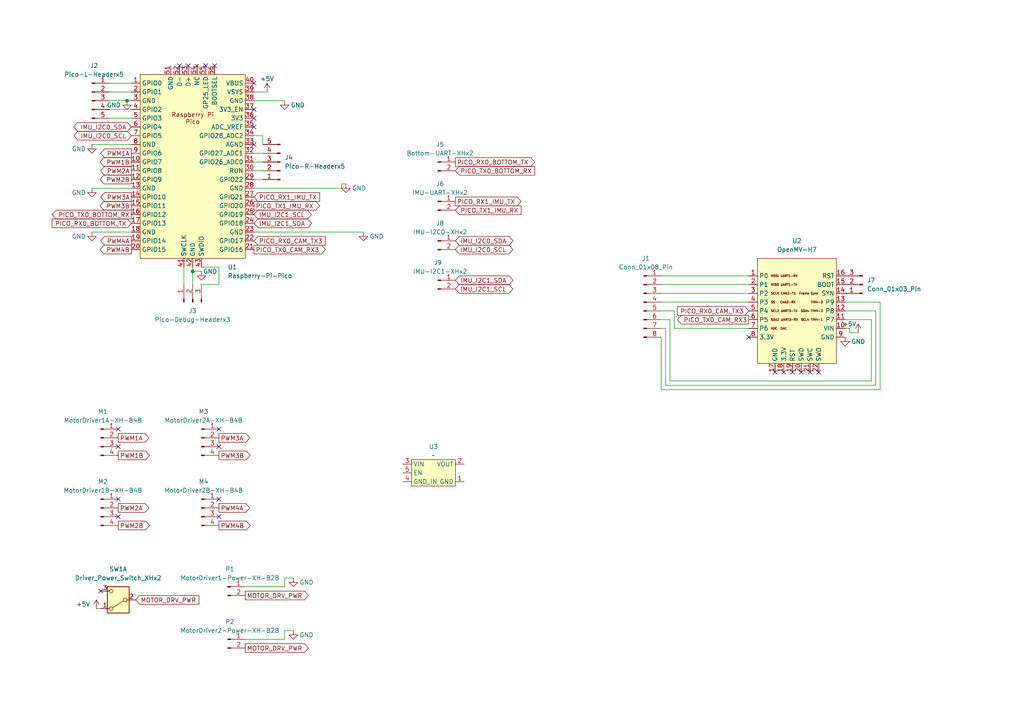
<source format=kicad_sch>
(kicad_sch (version 20231120) (generator "eeschema") (generator_version "8.0")
  (paper "A4")
  (title_block (title "Top Plate") (date "2024-06-07") (rev "1.0.0") (company "Zhou Yikun & Zachary Ang") (comment 1 "RoboCup Junior Soccer Open 2024"))
  (lib_symbols
    (symbol "Connector:Conn_01x02_Pin" (pin_names (offset 1.016) hide)
      (property "Reference" "J" (at 0 2.54 0))
      (property "Value" "Conn_01x02_Pin" (at 0 -5.08 0))
      (symbol "Conn_01x02_Pin_1_1"
        (polyline (pts (xy 1.27 -2.54) (xy 0.8636 -2.54)) (stroke (width 0.1524)))
        (polyline (pts (xy 1.27 0) (xy 0.8636 0)) (stroke (width 0.1524)))
        (rectangle (start 0.8636 -2.413) (end 0 -2.667) (stroke (width 0.1524)) (fill (type outline)))
        (rectangle (start 0.8636 0.127) (end 0 -0.127) (stroke (width 0.1524)) (fill (type outline)))
        (pin passive line (at 5.08 0 180) (length 3.81) (name "Pin_1") (number "1"))
        (pin passive line (at 5.08 -2.54 180) (length 3.81) (name "Pin_2") (number "2"))
      )
    )
    (symbol "Connector:Conn_01x03_Pin" (pin_names (offset 1.016) hide)
      (property "Reference" "J" (at 0 5.08 0))
      (property "Value" "Conn_01x03_Pin" (at 0 -5.08 0))
      (symbol "Conn_01x03_Pin_1_1"
        (polyline (pts (xy 1.27 -2.54) (xy 0.8636 -2.54)) (stroke (width 0.1524)))
        (polyline (pts (xy 1.27 0) (xy 0.8636 0)) (stroke (width 0.1524)))
        (polyline (pts (xy 1.27 2.54) (xy 0.8636 2.54)) (stroke (width 0.1524)))
        (rectangle (start 0.8636 -2.413) (end 0 -2.667) (stroke (width 0.1524)) (fill (type outline)))
        (rectangle (start 0.8636 0.127) (end 0 -0.127) (stroke (width 0.1524)) (fill (type outline)))
        (rectangle (start 0.8636 2.667) (end 0 2.413) (stroke (width 0.1524)) (fill (type outline)))
        (pin passive line (at 5.08 2.54 180) (length 3.81) (name "Pin_1") (number "1"))
        (pin passive line (at 5.08 0 180) (length 3.81) (name "Pin_2") (number "2"))
        (pin passive line (at 5.08 -2.54 180) (length 3.81) (name "Pin_3") (number "3"))
      )
    )
    (symbol "Connector:Conn_01x04_Pin" (pin_names (offset 1.016) hide)
      (property "Reference" "J" (at 0 5.08 0))
      (property "Value" "Conn_01x04_Pin" (at 0 -7.62 0))
      (symbol "Conn_01x04_Pin_1_1"
        (polyline (pts (xy 1.27 -5.08) (xy 0.8636 -5.08)) (stroke (width 0.1524)))
        (polyline (pts (xy 1.27 -2.54) (xy 0.8636 -2.54)) (stroke (width 0.1524)))
        (polyline (pts (xy 1.27 0) (xy 0.8636 0)) (stroke (width 0.1524)))
        (polyline (pts (xy 1.27 2.54) (xy 0.8636 2.54)) (stroke (width 0.1524)))
        (rectangle (start 0.8636 -4.953) (end 0 -5.207) (stroke (width 0.1524)) (fill (type outline)))
        (rectangle (start 0.8636 -2.413) (end 0 -2.667) (stroke (width 0.1524)) (fill (type outline)))
        (rectangle (start 0.8636 0.127) (end 0 -0.127) (stroke (width 0.1524)) (fill (type outline)))
        (rectangle (start 0.8636 2.667) (end 0 2.413) (stroke (width 0.1524)) (fill (type outline)))
        (pin passive line (at 5.08 2.54 180) (length 3.81) (name "Pin_1") (number "1"))
        (pin passive line (at 5.08 0 180) (length 3.81) (name "Pin_2") (number "2"))
        (pin passive line (at 5.08 -2.54 180) (length 3.81) (name "Pin_3") (number "3"))
        (pin passive line (at 5.08 -5.08 180) (length 3.81) (name "Pin_4") (number "4"))
      )
    )
    (symbol "Connector:Conn_01x05_Pin" (pin_names (offset 1.016) hide)
      (property "Reference" "J" (at 0 7.62 0))
      (property "Value" "Conn_01x05_Pin" (at 0 -7.62 0))
      (symbol "Conn_01x05_Pin_1_1"
        (polyline (pts (xy 1.27 -5.08) (xy 0.8636 -5.08)) (stroke (width 0.1524)))
        (polyline (pts (xy 1.27 -2.54) (xy 0.8636 -2.54)) (stroke (width 0.1524)))
        (polyline (pts (xy 1.27 0) (xy 0.8636 0)) (stroke (width 0.1524)))
        (polyline (pts (xy 1.27 2.54) (xy 0.8636 2.54)) (stroke (width 0.1524)))
        (polyline (pts (xy 1.27 5.08) (xy 0.8636 5.08)) (stroke (width 0.1524)))
        (rectangle (start 0.8636 -4.953) (end 0 -5.207) (stroke (width 0.1524)) (fill (type outline)))
        (rectangle (start 0.8636 -2.413) (end 0 -2.667) (stroke (width 0.1524)) (fill (type outline)))
        (rectangle (start 0.8636 0.127) (end 0 -0.127) (stroke (width 0.1524)) (fill (type outline)))
        (rectangle (start 0.8636 2.667) (end 0 2.413) (stroke (width 0.1524)) (fill (type outline)))
        (rectangle (start 0.8636 5.207) (end 0 4.953) (stroke (width 0.1524)) (fill (type outline)))
        (pin passive line (at 5.08 5.08 180) (length 3.81) (name "Pin_1") (number "1"))
        (pin passive line (at 5.08 2.54 180) (length 3.81) (name "Pin_2") (number "2"))
        (pin passive line (at 5.08 0 180) (length 3.81) (name "Pin_3") (number "3"))
        (pin passive line (at 5.08 -2.54 180) (length 3.81) (name "Pin_4") (number "4"))
        (pin passive line (at 5.08 -5.08 180) (length 3.81) (name "Pin_5") (number "5"))
      )
    )
    (symbol "Connector:Conn_01x08_Pin" (pin_names (offset 1.016) hide)
      (property "Reference" "J" (at 0 10.16 0))
      (property "Value" "Conn_01x08_Pin" (at 0 -12.7 0))
      (symbol "Conn_01x08_Pin_1_1"
        (polyline (pts (xy 1.27 -10.16) (xy 0.8636 -10.16)) (stroke (width 0.1524)))
        (polyline (pts (xy 1.27 -7.62) (xy 0.8636 -7.62)) (stroke (width 0.1524)))
        (polyline (pts (xy 1.27 -5.08) (xy 0.8636 -5.08)) (stroke (width 0.1524)))
        (polyline (pts (xy 1.27 -2.54) (xy 0.8636 -2.54)) (stroke (width 0.1524)))
        (polyline (pts (xy 1.27 0) (xy 0.8636 0)) (stroke (width 0.1524)))
        (polyline (pts (xy 1.27 2.54) (xy 0.8636 2.54)) (stroke (width 0.1524)))
        (polyline (pts (xy 1.27 5.08) (xy 0.8636 5.08)) (stroke (width 0.1524)))
        (polyline (pts (xy 1.27 7.62) (xy 0.8636 7.62)) (stroke (width 0.1524)))
        (rectangle (start 0.8636 -10.033) (end 0 -10.287) (stroke (width 0.1524)) (fill (type outline)))
        (rectangle (start 0.8636 -7.493) (end 0 -7.747) (stroke (width 0.1524)) (fill (type outline)))
        (rectangle (start 0.8636 -4.953) (end 0 -5.207) (stroke (width 0.1524)) (fill (type outline)))
        (rectangle (start 0.8636 -2.413) (end 0 -2.667) (stroke (width 0.1524)) (fill (type outline)))
        (rectangle (start 0.8636 0.127) (end 0 -0.127) (stroke (width 0.1524)) (fill (type outline)))
        (rectangle (start 0.8636 2.667) (end 0 2.413) (stroke (width 0.1524)) (fill (type outline)))
        (rectangle (start 0.8636 5.207) (end 0 4.953) (stroke (width 0.1524)) (fill (type outline)))
        (rectangle (start 0.8636 7.747) (end 0 7.493) (stroke (width 0.1524)) (fill (type outline)))
        (pin passive line (at 5.08 7.62 180) (length 3.81) (name "Pin_1") (number "1"))
        (pin passive line (at 5.08 5.08 180) (length 3.81) (name "Pin_2") (number "2"))
        (pin passive line (at 5.08 2.54 180) (length 3.81) (name "Pin_3") (number "3"))
        (pin passive line (at 5.08 0 180) (length 3.81) (name "Pin_4") (number "4"))
        (pin passive line (at 5.08 -2.54 180) (length 3.81) (name "Pin_5") (number "5"))
        (pin passive line (at 5.08 -5.08 180) (length 3.81) (name "Pin_6") (number "6"))
        (pin passive line (at 5.08 -7.62 180) (length 3.81) (name "Pin_7") (number "7"))
        (pin passive line (at 5.08 -10.16 180) (length 3.81) (name "Pin_8") (number "8"))
      )
    )
    (symbol "PorridgePi-Symbols:OpenMV-H7"
      (property "Reference" "U" (at -10.16 1.27 0))
      (property "Value" "OpenMV-H7" (at 0 -2.54 0))
      (symbol "OpenMV-H7_0_0"
        (pin bidirectional line (at -13.97 -5.08 0) (length 2.54) (name "P0") (number "1"))
        (pin power_in line (at 13.97 -20.32 180) (length 2.54) (name "VIN") (number "10"))
        (pin bidirectional line (at 13.97 -17.78 180) (length 2.54) (name "P7") (number "11"))
        (pin bidirectional line (at 13.97 -15.24 180) (length 2.54) (name "P8") (number "12"))
        (pin bidirectional line (at 13.97 -12.7 180) (length 2.54) (name "P9") (number "13"))
        (pin bidirectional line (at 13.97 -10.16 180) (length 2.54) (name "SYN") (number "14"))
        (pin input line (at 13.97 -7.62 180) (length 2.54) (name "BOOT") (number "15"))
        (pin input line (at 13.97 -5.08 180) (length 2.54) (name "RST") (number "16"))
        (pin power_in line (at -6.35 -33.02 90) (length 2.54) (name "GND") (number "17"))
        (pin power_in line (at -3.81 -33.02 90) (length 2.54) (name "3.3V") (number "18"))
        (pin bidirectional line (at -1.27 -33.02 90) (length 2.54) (name "RST") (number "19"))
        (pin bidirectional line (at -13.97 -7.62 0) (length 2.54) (name "P1") (number "2"))
        (pin bidirectional line (at 1.27 -33.02 90) (length 2.54) (name "SWD") (number "20"))
        (pin bidirectional line (at 3.81 -33.02 90) (length 2.54) (name "SWC") (number "21"))
        (pin bidirectional line (at -13.97 -10.16 0) (length 2.54) (name "P2") (number "3"))
        (pin bidirectional line (at -13.97 -12.7 0) (length 2.54) (name "P3") (number "4"))
        (pin bidirectional line (at -13.97 -15.24 0) (length 2.54) (name "P4") (number "5"))
        (pin bidirectional line (at -13.97 -17.78 0) (length 2.54) (name "P5") (number "6"))
        (pin bidirectional line (at -13.97 -20.32 0) (length 2.54) (name "P6") (number "7"))
        (pin power_out line (at -13.97 -22.86 0) (length 2.54) (name "3.3V") (number "8"))
        (pin power_in line (at 13.97 -22.86 180) (length 2.54) (name "GND") (number "9"))
      )
      (symbol "OpenMV-H7_1_0"
        (pin bidirectional line (at 6.35 -33.02 90) (length 2.54) (name "SWO") (number "22"))
      )
      (symbol "OpenMV-H7_1_1"
        (rectangle (start -11.43 0) (end 11.43 -30.48) (fill (type background)))
        (text "ADC  DAC" (at -7.62 -20.32 0) (effects (font (size 0.635 0.635)) (justify left)))
        (text "Frame Sync" (at 6.35 -10.16 0) (effects (font (size 0.635 0.635)) (justify right)))
        (text "MISO UART1-TX" (at -7.62 -7.62 0) (effects (font (size 0.635 0.635)) (justify left)))
        (text "MOSI UART1-RX" (at -7.62 -5.08 0) (effects (font (size 0.635 0.635)) (justify left)))
        (text "SCL2 UART3-TX" (at -7.62 -15.24 0) (effects (font (size 0.635 0.635)) (justify left)))
        (text "SCL4 TIM4-1" (at 7.62 -17.78 0) (effects (font (size 0.635 0.635)) (justify right)))
        (text "SCLK CAN2-TX" (at -7.62 -10.16 0) (effects (font (size 0.635 0.635)) (justify left)))
        (text "SDA2 UART3-RX" (at -7.62 -17.78 0) (effects (font (size 0.635 0.635)) (justify left)))
        (text "SDA4 TIM4-2" (at 7.62 -15.24 0) (effects (font (size 0.635 0.635)) (justify right)))
        (text "SS   CAN2-RX" (at -7.62 -12.7 0) (effects (font (size 0.635 0.635)) (justify left)))
        (text "TIM4-3" (at 7.62 -12.7 0) (effects (font (size 0.635 0.635)) (justify right)))
      )
    )
    (symbol "PorridgePi-Symbols:Raspberry-Pi-Pico"
      (property "Reference" "U" (at -13.97 27.94 0))
      (property "Value" "Raspberry-Pi-Pico" (at -2.286 0 90))
      (symbol "Raspberry-Pi-Pico_0_1"
        (rectangle (start -15.24 26.67) (end 15.24 -26.67) (fill (type background)))
      )
      (symbol "Raspberry-Pi-Pico_1_0"
        (text "Raspberry Pi\nPico" (at 0 13.97 0) (effects (font (size 1.27 1.27))))
      )
      (symbol "Raspberry-Pi-Pico_1_1"
        (pin bidirectional line (at -17.78 24.13 0) (length 2.54) (name "GPIO0") (number "1"))
        (pin bidirectional line (at -17.78 1.27 0) (length 2.54) (name "GPIO7") (number "10"))
        (pin bidirectional line (at -17.78 -1.27 0) (length 2.54) (name "GPIO8") (number "11"))
        (pin bidirectional line (at -17.78 -3.81 0) (length 2.54) (name "GPIO9") (number "12"))
        (pin power_in line (at -17.78 -6.35 0) (length 2.54) (name "GND") (number "13"))
        (pin bidirectional line (at -17.78 -8.89 0) (length 2.54) (name "GPIO10") (number "14"))
        (pin bidirectional line (at -17.78 -11.43 0) (length 2.54) (name "GPIO11") (number "15"))
        (pin bidirectional line (at -17.78 -13.97 0) (length 2.54) (name "GPIO12") (number "16"))
        (pin bidirectional line (at -17.78 -16.51 0) (length 2.54) (name "GPIO13") (number "17"))
        (pin power_in line (at -17.78 -19.05 0) (length 2.54) (name "GND") (number "18"))
        (pin bidirectional line (at -17.78 -21.59 0) (length 2.54) (name "GPIO14") (number "19"))
        (pin bidirectional line (at -17.78 21.59 0) (length 2.54) (name "GPIO1") (number "2"))
        (pin bidirectional line (at -17.78 -24.13 0) (length 2.54) (name "GPIO15") (number "20"))
        (pin bidirectional line (at 17.78 -24.13 180) (length 2.54) (name "GPIO16") (number "21"))
        (pin bidirectional line (at 17.78 -21.59 180) (length 2.54) (name "GPIO17") (number "22"))
        (pin power_in line (at 17.78 -19.05 180) (length 2.54) (name "GND") (number "23"))
        (pin bidirectional line (at 17.78 -16.51 180) (length 2.54) (name "GPIO18") (number "24"))
        (pin bidirectional line (at 17.78 -13.97 180) (length 2.54) (name "GPIO19") (number "25"))
        (pin bidirectional line (at 17.78 -11.43 180) (length 2.54) (name "GPIO20") (number "26"))
        (pin bidirectional line (at 17.78 -8.89 180) (length 2.54) (name "GPIO21") (number "27"))
        (pin power_in line (at 17.78 -6.35 180) (length 2.54) (name "GND") (number "28"))
        (pin bidirectional line (at 17.78 -3.81 180) (length 2.54) (name "GPIO22") (number "29"))
        (pin power_in line (at -17.78 19.05 0) (length 2.54) (name "GND") (number "3"))
        (pin input line (at 17.78 -1.27 180) (length 2.54) (name "RUN") (number "30"))
        (pin bidirectional line (at 17.78 1.27 180) (length 2.54) (name "GPIO26_ADC0") (number "31"))
        (pin bidirectional line (at 17.78 3.81 180) (length 2.54) (name "GPIO27_ADC1") (number "32"))
        (pin power_in line (at 17.78 6.35 180) (length 2.54) (name "AGND") (number "33"))
        (pin bidirectional line (at 17.78 8.89 180) (length 2.54) (name "GPIO28_ADC2") (number "34"))
        (pin power_in line (at 17.78 11.43 180) (length 2.54) (name "ADC_VREF") (number "35"))
        (pin power_in line (at 17.78 13.97 180) (length 2.54) (name "3V3") (number "36"))
        (pin input line (at 17.78 16.51 180) (length 2.54) (name "3V3_EN") (number "37"))
        (pin bidirectional line (at 17.78 19.05 180) (length 2.54) (name "GND") (number "38"))
        (pin power_in line (at 17.78 21.59 180) (length 2.54) (name "VSYS") (number "39"))
        (pin bidirectional line (at -17.78 16.51 0) (length 2.54) (name "GPIO2") (number "4"))
        (pin power_in line (at 17.78 24.13 180) (length 2.54) (name "VBUS") (number "40"))
        (pin input line (at -2.54 -29.21 90) (length 2.54) (name "SWCLK") (number "41"))
        (pin power_in line (at 0 -29.21 90) (length 2.54) (name "GND") (number "42"))
        (pin bidirectional line (at 2.54 -29.21 90) (length 2.54) (name "SWDIO") (number "43"))
        (pin bidirectional line (at -17.78 13.97 0) (length 2.54) (name "GPIO3") (number "5"))
        (pin power_in line (at -6.35 29.21 270) (length 2.54) (name "GND") (number "51"))
        (pin input line (at -3.81 29.21 270) (length 2.54) (name "D-") (number "52"))
        (pin input line (at -1.27 29.21 270) (length 2.54) (name "D+") (number "53"))
        (pin no_connect line (at 1.27 29.21 270) (length 2.54) (name "NC") (number "54"))
        (pin output line (at 3.81 29.21 270) (length 2.54) (name "GP25_LED") (number "55"))
        (pin input line (at 6.35 29.21 270) (length 2.54) (name "BOOTSEL") (number "56"))
        (pin bidirectional line (at -17.78 11.43 0) (length 2.54) (name "GPIO4") (number "6"))
        (pin bidirectional line (at -17.78 8.89 0) (length 2.54) (name "GPIO5") (number "7"))
        (pin power_in line (at -17.78 6.35 0) (length 2.54) (name "GND") (number "8"))
        (pin bidirectional line (at -17.78 3.81 0) (length 2.54) (name "GPIO6") (number "9"))
      )
    )
    (symbol "PorridgePi-Symbols:VREG-Voltage-Regulator"
      (property "Reference" "U" (at -5.08 5.08 0))
      (symbol "VREG-Voltage-Regulator_1_1"
        (rectangle (start -6.35 3.81) (end 6.35 -3.81) (fill (type background)))
        (pin power_out line (at 8.89 -2.54 180) (length 2.54) (name "GND") (number "1"))
        (pin power_out line (at 8.89 2.54 180) (length 2.54) (name "VOUT") (number "2"))
        (pin power_in line (at -8.89 2.54 0) (length 2.54) (name "VIN") (number "3"))
        (pin power_in line (at -8.89 -2.54 0) (length 2.54) (name "GND_IN") (number "4"))
        (pin input line (at -8.89 0 0) (length 2.54) (name "EN") (number "5"))
      )
    )
    (symbol "SW_DPDT_x2_1" (pin_names (offset 0) hide)
      (property "Reference" "SW" (at 0 5.08 0))
      (property "Value" "SW_DPDT_x2" (at 0 -5.08 0))
      (symbol "SW_DPDT_x2_1_0_0"
        (circle (center -2.032 0) (radius 0.508))
        (circle (center 2.032 -2.54) (radius 0.508))
      )
      (symbol "SW_DPDT_x2_1_0_1"
        (rectangle (start -3.175 3.81) (end 3.175 -3.81) (stroke (width 0.254)) (fill (type background)))
        (polyline (pts (xy -1.524 0.254) (xy 1.5748 2.286)))
        (circle (center 2.032 2.54) (radius 0.508))
      )
      (symbol "SW_DPDT_x2_1_1_1"
        (pin passive line (at 5.08 2.54 180) (length 2.54) (name "A") (number "1"))
        (pin passive line (at -5.08 0 0) (length 2.54) (name "B") (number "2"))
        (pin passive line (at 5.08 -2.54 180) (length 2.54) (name "C") (number "3"))
      )
      (symbol "SW_DPDT_x2_1_2_1"
        (pin passive line (at 5.08 2.54 180) (length 2.54) (name "A") (number "4"))
        (pin passive line (at -5.08 0 0) (length 2.54) (name "B") (number "5"))
        (pin passive line (at 5.08 -2.54 180) (length 2.54) (name "C") (number "6"))
      )
    )
    (symbol "power:+5V" (power) (pin_names (offset 0))
      (property "Value" "+5V" (at 0 3.556 0))
      (symbol "+5V_0_1"
        (polyline (pts (xy -0.762 1.27) (xy 0 2.54)))
        (polyline (pts (xy 0 0) (xy 0 2.54)))
        (polyline (pts (xy 0 2.54) (xy 0.762 1.27)))
      )
      (symbol "+5V_1_1"
        (pin power_in line (at 0 0 90) (length 0) hide (name "+5V") (number "1"))
      )
    )
    (symbol "power:GND" (power) (pin_names (offset 0))
      (property "Value" "GND" (at 0 -3.81 0))
      (symbol "GND_0_1"
        (polyline (pts (xy 0 0) (xy 0 -1.27) (xy 1.27 -1.27) (xy 0 -2.54) (xy -1.27 -1.27) (xy 0 -1.27)))
      )
      (symbol "GND_1_1"
        (pin power_in line (at 0 0 270) (length 0) hide (name "GND") (number "1"))
      )
    )
  )
  (junction (at 36.83 29.21))
  (junction (at 55.88 78.74))
  (no_connect (at 34.29 124.46))
  (no_connect (at 229.87 107.95))
  (no_connect (at 73.66 41.91))
  (no_connect (at 73.66 31.75))
  (no_connect (at 63.5 149.86))
  (no_connect (at 73.66 36.83))
  (no_connect (at 237.49 107.95))
  (no_connect (at 227.33 107.95))
  (no_connect (at 232.41 107.95))
  (no_connect (at 73.66 34.29))
  (no_connect (at 34.29 149.86))
  (no_connect (at 234.95 107.95))
  (no_connect (at 63.5 129.54))
  (no_connect (at 63.5 124.46))
  (no_connect (at 63.5 144.78))
  (no_connect (at 29.21 171.45))
  (no_connect (at 73.66 24.13))
  (no_connect (at 52.07 19.05))
  (no_connect (at 224.79 107.95))
  (no_connect (at 217.17 97.79))
  (no_connect (at 54.61 19.05))
  (no_connect (at 34.29 129.54))
  (no_connect (at 62.23 19.05))
  (no_connect (at 34.29 144.78))
  (no_connect (at 59.69 19.05))
  (wire (pts (xy 191.77 113.03) (xy 191.77 97.79)))
  (wire (pts (xy 194.31 92.71) (xy 191.77 92.71)))
  (wire (pts (xy 76.2 46.99) (xy 73.66 46.99)))
  (wire (pts (xy 191.77 87.63) (xy 217.17 87.63)))
  (wire (pts (xy 76.2 39.37) (xy 73.66 39.37)))
  (wire (pts (xy 63.5 77.47) (xy 58.42 77.47)))
  (wire (pts (xy 76.2 39.37) (xy 76.2 41.91)))
  (wire (pts (xy 31.75 29.21) (xy 36.83 29.21)))
  (wire (pts (xy 55.88 82.55) (xy 55.88 78.74)))
  (wire (pts (xy 53.34 82.55) (xy 53.34 77.47)))
  (wire (pts (xy 31.75 24.13) (xy 38.1 24.13)))
  (wire (pts (xy 82.55 167.64) (xy 82.55 170.18)))
  (wire (pts (xy 245.11 92.71) (xy 252.73 92.71)))
  (wire (pts (xy 99.06 53.34) (xy 99.06 54.61)))
  (wire (pts (xy 99.06 54.61) (xy 73.66 54.61)))
  (wire (pts (xy 82.55 167.64) (xy 85.09 167.64)))
  (wire (pts (xy 73.66 29.21) (xy 82.55 29.21)))
  (wire (pts (xy 73.66 67.31) (xy 105.41 67.31)))
  (wire (pts (xy 27.94 176.53) (xy 29.21 176.53)))
  (wire (pts (xy 26.67 54.61) (xy 38.1 54.61)))
  (wire (pts (xy 76.2 44.45) (xy 73.66 44.45)))
  (wire (pts (xy 26.67 67.31) (xy 38.1 67.31)))
  (wire (pts (xy 255.27 113.03) (xy 191.77 113.03)))
  (wire (pts (xy 246.38 96.52) (xy 246.38 95.25)))
  (wire (pts (xy 31.75 31.75) (xy 38.1 31.75)))
  (wire (pts (xy 191.77 95.25) (xy 193.04 95.25)))
  (wire (pts (xy 194.31 110.49) (xy 194.31 92.71)))
  (wire (pts (xy 246.38 95.25) (xy 245.11 95.25)))
  (wire (pts (xy 63.5 82.55) (xy 63.5 77.47)))
  (wire (pts (xy 252.73 92.71) (xy 252.73 110.49)))
  (wire (pts (xy 99.06 53.34) (xy 100.33 53.34)))
  (wire (pts (xy 248.92 96.52) (xy 246.38 96.52)))
  (wire (pts (xy 245.11 87.63) (xy 255.27 87.63)))
  (wire (pts (xy 217.17 80.01) (xy 191.77 80.01)))
  (wire (pts (xy 82.55 182.88) (xy 82.55 185.42)))
  (wire (pts (xy 82.55 182.88) (xy 85.09 182.88)))
  (wire (pts (xy 191.77 85.09) (xy 217.17 85.09)))
  (wire (pts (xy 73.66 26.67) (xy 77.47 26.67)))
  (wire (pts (xy 254 90.17) (xy 245.11 90.17)))
  (wire (pts (xy 255.27 87.63) (xy 255.27 113.03)))
  (wire (pts (xy 217.17 95.25) (xy 195.58 95.25)))
  (wire (pts (xy 195.58 95.25) (xy 195.58 90.17)))
  (wire (pts (xy 195.58 90.17) (xy 191.77 90.17)))
  (wire (pts (xy 254 111.76) (xy 254 90.17)))
  (wire (pts (xy 193.04 95.25) (xy 193.04 111.76)))
  (wire (pts (xy 31.75 34.29) (xy 38.1 34.29)))
  (wire (pts (xy 36.83 29.21) (xy 38.1 29.21)))
  (wire (pts (xy 82.55 170.18) (xy 71.12 170.18)))
  (wire (pts (xy 193.04 111.76) (xy 254 111.76)))
  (wire (pts (xy 63.5 82.55) (xy 58.42 82.55)))
  (wire (pts (xy 191.77 82.55) (xy 217.17 82.55)))
  (wire (pts (xy 82.55 185.42) (xy 71.12 185.42)))
  (wire (pts (xy 73.66 49.53) (xy 76.2 49.53)))
  (wire (pts (xy 73.66 52.07) (xy 76.2 52.07)))
  (wire (pts (xy 55.88 78.74) (xy 58.42 78.74)))
  (wire (pts (xy 55.88 78.74) (xy 55.88 77.47)))
  (wire (pts (xy 252.73 110.49) (xy 194.31 110.49)))
  (wire (pts (xy 31.75 26.67) (xy 38.1 26.67)))
  (wire (pts (xy 26.67 41.91) (xy 38.1 41.91)))
  (global_label "PWM4A" (shape output) (at 38.1 69.85 180) (property "Intersheetrefs" "${INTERSHEET_REFS}" (effects (hide yes))))
  (global_label "PICO_RX0_CAM_TX3" (shape input) (at 73.66 69.85 0) (property "Intersheetrefs" "${INTERSHEET_REFS}" (effects (hide yes))))
  (global_label "PWM2B" (shape output) (at 34.29 152.4 0) (property "Intersheetrefs" "${INTERSHEET_REFS}" (effects (hide yes))))
  (global_label "PICO_RX1_IMU_TX" (shape input) (at 73.66 57.15 0) (property "Intersheetrefs" "${INTERSHEET_REFS}" (effects (hide yes))))
  (global_label "PWM1B" (shape output) (at 38.1 46.99 180) (property "Intersheetrefs" "${INTERSHEET_REFS}" (effects (hide yes))))
  (global_label "IMU_I2C0_SCL" (shape bidirectional) (at 38.1 39.37 180) (property "Intersheetrefs" "${INTERSHEET_REFS}" (effects (hide yes))))
  (global_label "PICO_TX0_CAM_RX3" (shape output) (at 73.66 72.39 0) (property "Intersheetrefs" "${INTERSHEET_REFS}" (effects (hide yes))))
  (global_label "PWM4B" (shape output) (at 38.1 72.39 180) (property "Intersheetrefs" "${INTERSHEET_REFS}" (effects (hide yes))))
  (global_label "PWM2A" (shape output) (at 34.29 147.32 0) (property "Intersheetrefs" "${INTERSHEET_REFS}" (effects (hide yes))))
  (global_label "IMU_I2C1_SCL" (shape bidirectional) (at 73.66 62.23 0) (property "Intersheetrefs" "${INTERSHEET_REFS}" (effects (hide yes))))
  (global_label "PWM4A" (shape output) (at 63.5 147.32 0) (property "Intersheetrefs" "${INTERSHEET_REFS}" (effects (hide yes))))
  (global_label "PICO_TX1_IMU_RX" (shape output) (at 73.66 59.69 0) (property "Intersheetrefs" "${INTERSHEET_REFS}" (effects (hide yes))))
  (global_label "PICO_TX1_IMU_RX" (shape input) (at 132.08 60.96 0) (property "Intersheetrefs" "${INTERSHEET_REFS}" (effects (hide yes))))
  (global_label "PWM1A" (shape output) (at 38.1 44.45 180) (property "Intersheetrefs" "${INTERSHEET_REFS}" (effects (hide yes))))
  (global_label "IMU_I2C1_SDA" (shape bidirectional) (at 132.08 81.28 0) (property "Intersheetrefs" "${INTERSHEET_REFS}" (effects (hide yes))))
  (global_label "IMU_I2C0_SDA" (shape bidirectional) (at 132.08 69.85 0) (property "Intersheetrefs" "${INTERSHEET_REFS}" (effects (hide yes))))
  (global_label "IMU_I2C1_SDA" (shape bidirectional) (at 73.66 64.77 0) (property "Intersheetrefs" "${INTERSHEET_REFS}" (effects (hide yes))))
  (global_label "PICO_TX0_BOTTOM_RX" (shape input) (at 132.08 49.53 0) (property "Intersheetrefs" "${INTERSHEET_REFS}" (effects (hide yes))))
  (global_label "PWM1B" (shape output) (at 34.29 132.08 0) (property "Intersheetrefs" "${INTERSHEET_REFS}" (effects (hide yes))))
  (global_label "PWM3B" (shape output) (at 63.5 132.08 0) (property "Intersheetrefs" "${INTERSHEET_REFS}" (effects (hide yes))))
  (global_label "PWM2B" (shape output) (at 38.1 52.07 180) (property "Intersheetrefs" "${INTERSHEET_REFS}" (effects (hide yes))))
  (global_label "PWM3A" (shape output) (at 38.1 57.15 180) (property "Intersheetrefs" "${INTERSHEET_REFS}" (effects (hide yes))))
  (global_label "PWM2A" (shape output) (at 38.1 49.53 180) (property "Intersheetrefs" "${INTERSHEET_REFS}" (effects (hide yes))))
  (global_label "PICO_RX1_IMU_TX" (shape output) (at 132.08 58.42 0) (property "Intersheetrefs" "${INTERSHEET_REFS}" (effects (hide yes))))
  (global_label "PWM3B" (shape output) (at 38.1 59.69 180) (property "Intersheetrefs" "${INTERSHEET_REFS}" (effects (hide yes))))
  (global_label "PWM4B" (shape output) (at 63.5 152.4 0) (property "Intersheetrefs" "${INTERSHEET_REFS}" (effects (hide yes))))
  (global_label "IMU_I2C1_SCL" (shape bidirectional) (at 132.08 83.82 0) (property "Intersheetrefs" "${INTERSHEET_REFS}" (effects (hide yes))))
  (global_label "PICO_RX0_BOTTOM_TX" (shape output) (at 132.08 46.99 0) (property "Intersheetrefs" "${INTERSHEET_REFS}" (effects (hide yes))))
  (global_label "PICO_RX0_CAM_TX3" (shape input) (at 217.17 90.17 180) (property "Intersheetrefs" "${INTERSHEET_REFS}" (effects (hide yes))))
  (global_label "PICO_RX0_BOTTOM_TX" (shape input) (at 38.1 64.77 180) (property "Intersheetrefs" "${INTERSHEET_REFS}" (effects (hide yes))))
  (global_label "PWM1A" (shape output) (at 34.29 127 0) (property "Intersheetrefs" "${INTERSHEET_REFS}" (effects (hide yes))))
  (global_label "PWM3A" (shape output) (at 63.5 127 0) (property "Intersheetrefs" "${INTERSHEET_REFS}" (effects (hide yes))))
  (global_label "IMU_I2C0_SDA" (shape bidirectional) (at 38.1 36.83 180) (property "Intersheetrefs" "${INTERSHEET_REFS}" (effects (hide yes))))
  (global_label "IMU_I2C0_SCL" (shape bidirectional) (at 132.08 72.39 0) (property "Intersheetrefs" "${INTERSHEET_REFS}" (effects (hide yes))))
  (global_label "MOTOR_DRV_PWR" (shape output) (at 71.12 172.72 0) (property "Intersheetrefs" "${INTERSHEET_REFS}" (effects (hide yes))))
  (global_label "PICO_TX0_BOTTOM_RX" (shape output) (at 38.1 62.23 180) (property "Intersheetrefs" "${INTERSHEET_REFS}" (effects (hide yes))))
  (global_label "MOTOR_DRV_PWR" (shape output) (at 71.12 187.96 0) (property "Intersheetrefs" "${INTERSHEET_REFS}" (effects (hide yes))))
  (global_label "PICO_TX0_CAM_RX3" (shape output) (at 217.17 92.71 180) (property "Intersheetrefs" "${INTERSHEET_REFS}" (effects (hide yes))))
  (global_label "MOTOR_DRV_PWR" (shape input) (at 39.37 173.99 0) (property "Intersheetrefs" "${INTERSHEET_REFS}" (effects (hide yes))))
  (symbol (lib_id "power:GND") (at 100.33 53.34 0) (unit 1)
    (property "Reference" "#PWR013" (effects (hide yes)))
    (property "Value" "GND" (at 104.14 54.61 0))
  )
  (symbol (lib_id "Connector:Conn_01x05_Pin") (at 81.28 46.99 180) (unit 1)
    (property "Reference" "J4" (at 82.55 45.72 0) (effects (justify right)))
    (property "Value" "Pico-R-Headerx5" (at 82.55 48.26 0) (effects (justify right)))
    (property "Footprint" "Connector_PinHeader_2.54mm:PinHeader_1x05_P2.54mm_Vertical" (effects (hide yes)))
  )
  (symbol (lib_id "power:GND") (at 85.09 182.88 0) (unit 1)
    (property "Reference" "#PWR02" (effects (hide yes)))
    (property "Value" "GND" (at 88.9 184.15 0))
  )
  (symbol (lib_id "power:GND") (at 85.09 167.64 0) (unit 1)
    (property "Reference" "#PWR01" (effects (hide yes)))
    (property "Value" "GND" (at 88.9 168.91 0))
  )
  (symbol (lib_id "Connector:Conn_01x03_Pin") (at 55.88 87.63 90) (unit 1)
    (property "Reference" "J3" (at 55.88 90.17 90))
    (property "Value" "Pico-Debug-Headerx3" (at 55.88 92.71 90))
    (property "Footprint" "Connector_PinHeader_2.54mm:PinHeader_1x03_P2.54mm_Vertical" (effects (hide yes)))
  )
  (symbol (lib_id "Connector:Conn_01x02_Pin") (at 66.04 170.18 0) (unit 1)
    (property "Reference" "P1" (at 66.675 165.1 0))
    (property "Value" "MotorDriver1-Power-XH-B2B" (at 66.675 167.64 0))
    (property "Footprint" "Connector_JST:JST_XH_B2B-XH-A_1x02_P2.50mm_Vertical" (effects (hide yes)))
  )
  (symbol (lib_id "power:+5V") (at 248.92 96.52 0) (unit 1)
    (property "Reference" "#PWR014" (effects (hide yes)))
    (property "Value" "+5V" (at 246.38 93.98 0))
  )
  (symbol (lib_id "Connector:Conn_01x04_Pin") (at 29.21 147.32 0) (unit 1)
    (property "Reference" "M2" (at 29.845 139.7 0))
    (property "Value" "MotorDriver1B-XH-B4B" (at 29.845 142.24 0))
    (property "Footprint" "Connector_JST:JST_XH_B4B-XH-A_1x04_P2.50mm_Vertical" (effects (hide yes)))
  )
  (symbol (lib_id "Connector:Conn_01x03_Pin") (at 250.19 82.55 180) (unit 1)
    (property "Reference" "J7" (at 251.46 81.2799 0) (effects (justify right)))
    (property "Value" "Conn_01x03_Pin" (at 251.46 83.8199 0) (effects (justify right)))
    (property "Description" "Generic connector, single row, 01x03, script generated" (effects (hide yes)))
  )
  (symbol (lib_id "Connector:Conn_01x02_Pin") (at 127 69.85 0) (unit 1)
    (property "Reference" "J8" (at 127.635 64.77 0))
    (property "Value" "IMU-I2C0-XHx2" (at 127.635 67.31 0))
    (property "Footprint" "Connector_JST:JST_XH_B2B-XH-A_1x02_P2.50mm_Vertical" (effects (hide yes)))
  )
  (symbol (lib_id "Connector:Conn_01x04_Pin") (at 58.42 147.32 0) (unit 1)
    (property "Reference" "M4" (at 59.055 139.7 0))
    (property "Value" "MotorDriver2B-XH-B4B" (at 59.055 142.24 0))
    (property "Footprint" "Connector_JST:JST_XH_B4B-XH-A_1x04_P2.50mm_Vertical" (effects (hide yes)))
  )
  (symbol (lib_id "PorridgePi-Symbols:OpenMV-H7") (at 231.14 74.93 0) (unit 1)
    (property "Reference" "U2" (at 231.14 69.85 0))
    (property "Value" "OpenMV-H7" (at 231.14 72.39 0))
    (property "Footprint" "PorridgePi-Personal:OpenMV-H7" (effects (hide yes)))
  )
  (symbol (lib_id "power:GND") (at 26.67 41.91 0) (unit 1)
    (property "Reference" "#PWR05" (effects (hide yes)))
    (property "Value" "GND" (at 22.86 43.18 0))
  )
  (symbol (lib_id "power:GND") (at 58.42 78.74 0) (unit 1)
    (property "Reference" "#PWR09" (effects (hide yes)))
    (property "Value" "GND" (at 60.96 78.74 0))
  )
  (symbol (lib_id "power:GND") (at 26.67 54.61 0) (unit 1)
    (property "Reference" "#PWR06" (effects (hide yes)))
    (property "Value" "GND" (at 22.86 55.88 0))
  )
  (symbol (lib_id "Connector:Conn_01x04_Pin") (at 58.42 127 0) (unit 1)
    (property "Reference" "M3" (at 59.055 119.38 0))
    (property "Value" "MotorDriver2A-XH-B4B" (at 59.055 121.92 0))
    (property "Footprint" "Connector_JST:JST_XH_B4B-XH-A_1x04_P2.50mm_Vertical" (effects (hide yes)))
  )
  (symbol (lib_id "Connector:Conn_01x04_Pin") (at 29.21 127 0) (unit 1)
    (property "Reference" "M1" (at 29.845 119.38 0))
    (property "Value" "MotorDriver1A-XH-B4B" (at 29.845 121.92 0))
    (property "Footprint" "Connector_JST:JST_XH_B4B-XH-A_1x04_P2.50mm_Vertical" (effects (hide yes)))
  )
  (symbol (lib_id "power:GND") (at 105.41 67.31 0) (unit 1)
    (property "Reference" "#PWR012" (effects (hide yes)))
    (property "Value" "GND" (at 109.22 68.58 0))
  )
  (symbol (lib_id "power:GND") (at 82.55 29.21 0) (unit 1)
    (property "Reference" "#PWR011" (effects (hide yes)))
    (property "Value" "GND" (at 86.36 30.48 0))
  )
  (symbol (lib_id "PorridgePi-Symbols:VREG-Voltage-Regulator") (at 125.73 137.16 0) (unit 1)
    (property "Reference" "U3" (at 125.73 129.54 0))
    (property "Value" "~" (at 125.73 132.08 0))
  )
  (symbol (lib_id "PorridgePi-Symbols:Raspberry-Pi-Pico") (at 55.88 48.26 0) (unit 1)
    (property "Reference" "U1" (at 66.04 77.47 0) (effects (justify left)))
    (property "Value" "Raspberry-Pi-Pico" (at 66.04 80.01 0) (effects (justify left)))
    (property "Footprint" "PorridgePi-Personal:Raspberry-Pi-Pico" (effects (hide yes)))
  )
  (symbol (lib_id "Connector:Conn_01x02_Pin") (at 127 46.99 0) (unit 1)
    (property "Reference" "J5" (at 127.635 41.91 0))
    (property "Value" "Bottom-UART-XHx2" (at 127.635 44.45 0))
    (property "Footprint" "Connector_JST:JST_XH_B2B-XH-A_1x02_P2.50mm_Vertical" (effects (hide yes)))
  )
  (symbol (lib_name "SW_DPDT_x2_1") (lib_id "Switch:SW_DPDT_x2") (at 34.29 173.99 180) (unit 1)
    (property "Reference" "SW1" (at 34.29 165.1 0))
    (property "Value" "Driver_Power_Switch_XHx2" (at 34.29 167.64 0))
    (property "Footprint" "Connector_JST:JST_XH_B2B-XH-A_1x02_P2.50mm_Vertical" (effects (hide yes)))
  )
  (symbol (lib_id "Connector:Conn_01x02_Pin") (at 127 58.42 0) (unit 1)
    (property "Reference" "J6" (at 127.635 53.34 0))
    (property "Value" "IMU-UART-XHx2" (at 127.635 55.88 0))
    (property "Footprint" "Connector_JST:JST_XH_B2B-XH-A_1x02_P2.50mm_Vertical" (effects (hide yes)))
  )
  (symbol (lib_id "Connector:Conn_01x02_Pin") (at 66.04 185.42 0) (unit 1)
    (property "Reference" "P2" (at 66.675 180.34 0))
    (property "Value" "MotorDriver2-Power-XH-B2B" (at 66.675 182.88 0))
    (property "Footprint" "Connector_JST:JST_XH_B2B-XH-A_1x02_P2.50mm_Vertical" (effects (hide yes)))
  )
  (symbol (lib_id "Connector:Conn_01x02_Pin") (at 127 81.28 0) (unit 1)
    (property "Reference" "J9" (at 127 76.2 0))
    (property "Value" "IMU-I2C1-XHx2" (at 127.635 78.74 0))
    (property "Footprint" "Connector_JST:JST_XH_B2B-XH-A_1x02_P2.50mm_Vertical" (effects (hide yes)))
  )
  (symbol (lib_id "Connector:Conn_01x05_Pin") (at 26.67 29.21 0) (unit 1)
    (property "Reference" "J2" (at 27.305 19.05 0))
    (property "Value" "Pico-L-Headerx5" (at 27.305 21.59 0))
    (property "Footprint" "Connector_PinHeader_2.54mm:PinHeader_1x05_P2.54mm_Vertical" (effects (hide yes)))
  )
  (symbol (lib_id "power:+5V") (at 27.94 176.53 0) (unit 1)
    (property "Reference" "#PWR03" (effects (hide yes)))
    (property "Value" "+5V" (at 24.13 175.26 0))
  )
  (symbol (lib_id "power:GND") (at 36.83 29.21 0) (unit 1)
    (property "Reference" "#PWR08" (effects (hide yes)))
    (property "Value" "GND" (at 33.02 30.48 0))
  )
  (symbol (lib_id "power:+5V") (at 77.47 26.67 0) (unit 1)
    (property "Reference" "#PWR010" (effects (hide yes)))
    (property "Value" "+5V" (at 77.47 22.86 0))
  )
  (symbol (lib_id "Connector:Conn_01x08_Pin") (at 186.69 87.63 0) (unit 1)
    (property "Reference" "J1" (at 187.325 74.93 0))
    (property "Value" "Conn_01x08_Pin" (at 187.325 77.47 0))
    (property "Description" "Generic connector, single row, 01x08, script generated" (effects (hide yes)))
  )
  (symbol (lib_id "power:GND") (at 245.11 97.79 0) (unit 1)
    (property "Reference" "#PWR04" (effects (hide yes)))
    (property "Value" "GND" (at 248.92 99.06 0))
  )
  (symbol (lib_id "power:GND") (at 26.67 67.31 0) (unit 1)
    (property "Reference" "#PWR07" (effects (hide yes)))
    (property "Value" "GND" (at 22.86 68.58 0))
  )
)
</source>
